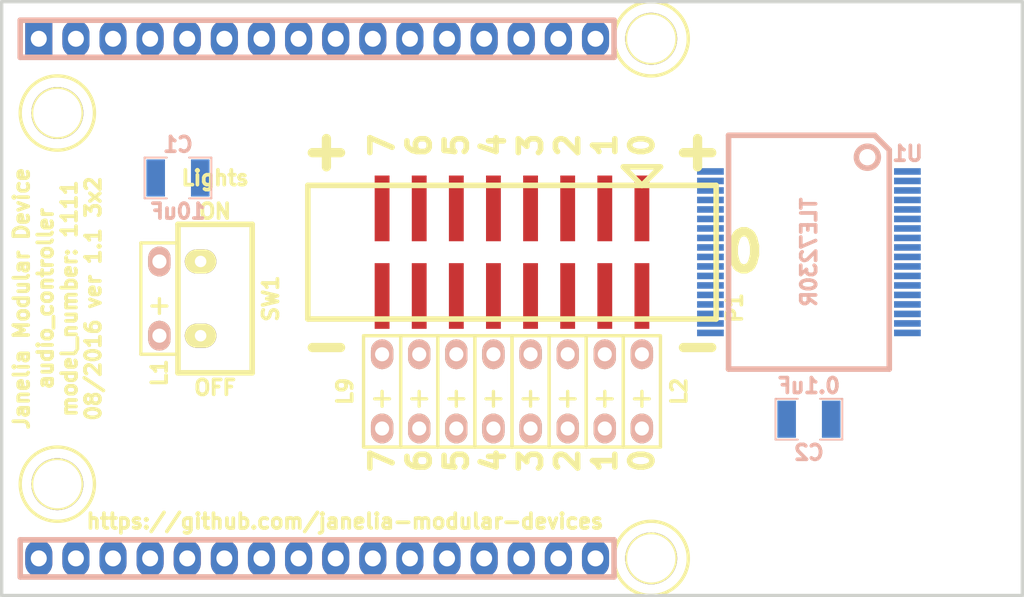
<source format=kicad_pcb>
(kicad_pcb (version 20160815) (host pcbnew 4.1.0-alpha+201608281547+7098~46~ubuntu16.04.1-product)

  (general
    (links 54)
    (no_connects 54)
    (area 72.39 78.105 144.780001 121.285001)
    (thickness 1.6)
    (drawings 28)
    (tracks 0)
    (zones 0)
    (modules 15)
    (nets 19)
  )

  (page A4)
  (title_block
    (title audio_controller_3x2)
    (rev 1.1)
  )

  (layers
    (0 F.Cu signal)
    (31 B.Cu signal)
    (32 B.Adhes user)
    (33 F.Adhes user)
    (34 B.Paste user)
    (35 F.Paste user)
    (36 B.SilkS user)
    (37 F.SilkS user)
    (38 B.Mask user)
    (39 F.Mask user)
    (40 Dwgs.User user)
    (41 Cmts.User user)
    (42 Eco1.User user)
    (43 Eco2.User user)
    (44 Edge.Cuts user)
    (45 Margin user)
    (46 B.CrtYd user)
    (47 F.CrtYd user)
    (48 B.Fab user)
    (49 F.Fab user)
  )

  (setup
    (last_trace_width 0.254)
    (trace_clearance 0.0254)
    (zone_clearance 0.2032)
    (zone_45_only no)
    (trace_min 0.2)
    (segment_width 0.2)
    (edge_width 0.2286)
    (via_size 0.889)
    (via_drill 0.635)
    (via_min_size 0.4)
    (via_min_drill 0.3)
    (uvia_size 0.508)
    (uvia_drill 0.127)
    (uvias_allowed no)
    (uvia_min_size 0)
    (uvia_min_drill 0)
    (pcb_text_width 0.3)
    (pcb_text_size 1.5 1.5)
    (mod_edge_width 0.15)
    (mod_text_size 1 1)
    (mod_text_width 0.15)
    (pad_size 1.524 1.524)
    (pad_drill 0.762)
    (pad_to_mask_clearance 0.2)
    (aux_axis_origin 0 0)
    (visible_elements FFFFFF7F)
    (pcbplotparams
      (layerselection 0x000f0_ffffffff)
      (usegerberextensions true)
      (excludeedgelayer false)
      (linewidth 0.100000)
      (plotframeref false)
      (viasonmask false)
      (mode 1)
      (useauxorigin false)
      (hpglpennumber 1)
      (hpglpenspeed 20)
      (hpglpendiameter 15)
      (psnegative false)
      (psa4output false)
      (plotreference true)
      (plotvalue true)
      (plotinvisibletext false)
      (padsonsilk false)
      (subtractmaskfromsilk true)
      (outputformat 1)
      (mirror false)
      (drillshape 0)
      (scaleselection 1)
      (outputdirectory gerbers/))
  )

  (net 0 "")
  (net 1 GND)
  (net 2 VDD)
  (net 3 VEE)
  (net 4 /LED_PWR)
  (net 5 /OUT0)
  (net 6 /OUT1)
  (net 7 /OUT2)
  (net 8 /OUT3)
  (net 9 /OUT4)
  (net 10 /OUT5)
  (net 11 /OUT6)
  (net 12 /OUT7)
  (net 13 /RESET)
  (net 14 /PWM)
  (net 15 /CS)
  (net 16 /MOSI)
  (net 17 /MISO)
  (net 18 /SCK)

  (net_class Default "This is the default net class."
    (clearance 0.0254)
    (trace_width 0.254)
    (via_dia 0.889)
    (via_drill 0.635)
    (uvia_dia 0.508)
    (uvia_drill 0.127)
    (diff_pair_gap 0.25)
    (diff_pair_width 0.2)
  )

  (net_class GND ""
    (clearance 0.1016)
    (trace_width 0.4064)
    (via_dia 0.889)
    (via_drill 0.635)
    (uvia_dia 0.508)
    (uvia_drill 0.127)
    (diff_pair_gap 0.25)
    (diff_pair_width 0.2)
    (add_net GND)
  )

  (net_class LEDPOWER ""
    (clearance 0.254)
    (trace_width 0.508)
    (via_dia 0.889)
    (via_drill 0.635)
    (uvia_dia 0.508)
    (uvia_drill 0.127)
    (diff_pair_gap 0.25)
    (diff_pair_width 0.2)
    (add_net /LED_PWR)
  )

  (net_class POWER ""
    (clearance 0.254)
    (trace_width 0.8128)
    (via_dia 0.889)
    (via_drill 0.635)
    (uvia_dia 0.508)
    (uvia_drill 0.127)
    (diff_pair_gap 0.25)
    (diff_pair_width 0.2)
  )

  (net_class SIGNAL ""
    (clearance 0.1016)
    (trace_width 0.4064)
    (via_dia 0.889)
    (via_drill 0.635)
    (uvia_dia 0.508)
    (uvia_drill 0.127)
    (diff_pair_gap 0.25)
    (diff_pair_width 0.2)
    (add_net /CS)
    (add_net /MISO)
    (add_net /MOSI)
    (add_net /OUT0)
    (add_net /OUT1)
    (add_net /OUT2)
    (add_net /OUT3)
    (add_net /OUT4)
    (add_net /OUT5)
    (add_net /OUT6)
    (add_net /OUT7)
    (add_net /PWM)
    (add_net /RESET)
    (add_net /SCK)
    (add_net VEE)
  )

  (net_class SUPERPOWER ""
    (clearance 0.254)
    (trace_width 1.016)
    (via_dia 0.889)
    (via_drill 0.635)
    (uvia_dia 0.508)
    (uvia_drill 0.127)
    (diff_pair_gap 0.25)
    (diff_pair_width 0.2)
    (add_net VDD)
  )

  (module audio_controller_3x2:SM1210 (layer B.Cu) (tedit 5481F170) (tstamp 5751D183)
    (at 85.725 91.44 180)
    (tags "CMS SM")
    (path /578FA17B)
    (attr smd)
    (fp_text reference C1 (at 0 2.286 180) (layer B.SilkS)
      (effects (font (size 1.016 1.016) (thickness 0.254)) (justify mirror))
    )
    (fp_text value 10uF (at 0 -2.286 180) (layer B.SilkS)
      (effects (font (size 1.016 1.016) (thickness 0.254)) (justify mirror))
    )
    (fp_line (start -0.762 1.397) (end -2.286 1.397) (layer B.SilkS) (width 0.127))
    (fp_line (start -2.286 1.397) (end -2.286 -1.397) (layer B.SilkS) (width 0.127))
    (fp_line (start -2.286 -1.397) (end -0.762 -1.397) (layer B.SilkS) (width 0.127))
    (fp_line (start 0.762 -1.397) (end 2.286 -1.397) (layer B.SilkS) (width 0.127))
    (fp_line (start 2.286 -1.397) (end 2.286 1.397) (layer B.SilkS) (width 0.127))
    (fp_line (start 2.286 1.397) (end 0.762 1.397) (layer B.SilkS) (width 0.127))
    (pad 1 smd rect (at -1.524 0 180) (size 1.27 2.54) (layers B.Cu B.Paste B.Mask)
      (net 2 VDD))
    (pad 2 smd rect (at 1.524 0 180) (size 1.27 2.54) (layers B.Cu B.Paste B.Mask)
      (net 1 GND))
    (model smd/chip_cms.wrl
      (at (xyz 0 0 0))
      (scale (xyz 0.17 0.2 0.17))
      (rotate (xyz 0 0 0))
    )
  )

  (module audio_controller_3x2:SM1210 (layer B.Cu) (tedit 5481F170) (tstamp 5751D18F)
    (at 128.905 107.95)
    (tags "CMS SM")
    (path /578D3F4C)
    (attr smd)
    (fp_text reference C2 (at 0 2.286) (layer B.SilkS)
      (effects (font (size 1.016 1.016) (thickness 0.254)) (justify mirror))
    )
    (fp_text value 0.1uF (at 0 -2.286) (layer B.SilkS)
      (effects (font (size 1.016 1.016) (thickness 0.254)) (justify mirror))
    )
    (fp_line (start -0.762 1.397) (end -2.286 1.397) (layer B.SilkS) (width 0.127))
    (fp_line (start -2.286 1.397) (end -2.286 -1.397) (layer B.SilkS) (width 0.127))
    (fp_line (start -2.286 -1.397) (end -0.762 -1.397) (layer B.SilkS) (width 0.127))
    (fp_line (start 0.762 -1.397) (end 2.286 -1.397) (layer B.SilkS) (width 0.127))
    (fp_line (start 2.286 -1.397) (end 2.286 1.397) (layer B.SilkS) (width 0.127))
    (fp_line (start 2.286 1.397) (end 0.762 1.397) (layer B.SilkS) (width 0.127))
    (pad 1 smd rect (at -1.524 0) (size 1.27 2.54) (layers B.Cu B.Paste B.Mask)
      (net 3 VEE))
    (pad 2 smd rect (at 1.524 0) (size 1.27 2.54) (layers B.Cu B.Paste B.Mask)
      (net 1 GND))
    (model smd/chip_cms.wrl
      (at (xyz 0 0 0))
      (scale (xyz 0.17 0.2 0.17))
      (rotate (xyz 0 0 0))
    )
  )

  (module audio_controller_3x2:LED_555-3XXX (layer F.Cu) (tedit 578FC60A) (tstamp 578F9934)
    (at 84.455 99.695 180)
    (path /578D4B9A)
    (fp_text reference L1 (at 0 -5.08 90) (layer F.SilkS)
      (effects (font (size 1.016 1.016) (thickness 0.254)))
    )
    (fp_text value LED_24V (at 0 4.826 180) (layer F.SilkS) hide
      (effects (font (size 1.016 1.016) (thickness 0.254)))
    )
    (fp_line (start -0.508 -0.508) (end 0.508 -0.508) (layer F.SilkS) (width 0.2286))
    (fp_line (start 0 0) (end 0 -1.016) (layer F.SilkS) (width 0.2286))
    (fp_line (start -1.27 -3.81) (end 1.27 -3.81) (layer F.SilkS) (width 0.2286))
    (fp_line (start 1.27 -3.81) (end 1.27 3.81) (layer F.SilkS) (width 0.2286))
    (fp_line (start 1.27 3.81) (end -1.27 3.81) (layer F.SilkS) (width 0.2286))
    (fp_line (start -1.27 3.81) (end -1.27 -3.81) (layer F.SilkS) (width 0.2286))
    (pad 1 thru_hole oval (at 0 -2.54 180) (size 1.524 2.032) (drill 0.9652) (layers *.Cu *.SilkS *.Mask)
      (net 4 /LED_PWR))
    (pad 2 thru_hole oval (at 0 2.54 180) (size 1.524 2.032) (drill 0.9652) (layers *.Cu *.SilkS *.Mask)
      (net 1 GND))
  )

  (module audio_controller_3x2:LED_555-3XXX (layer F.Cu) (tedit 57A8CAF0) (tstamp 578F9940)
    (at 117.475 106.045 180)
    (path /578D474F)
    (fp_text reference L2 (at -2.54 0 90) (layer F.SilkS)
      (effects (font (size 1.016 1.016) (thickness 0.254)))
    )
    (fp_text value LED_24V (at 0 4.826 180) (layer F.SilkS) hide
      (effects (font (size 1.016 1.016) (thickness 0.254)))
    )
    (fp_line (start -0.508 -0.508) (end 0.508 -0.508) (layer F.SilkS) (width 0.2286))
    (fp_line (start 0 0) (end 0 -1.016) (layer F.SilkS) (width 0.2286))
    (fp_line (start -1.27 -3.81) (end 1.27 -3.81) (layer F.SilkS) (width 0.2286))
    (fp_line (start 1.27 -3.81) (end 1.27 3.81) (layer F.SilkS) (width 0.2286))
    (fp_line (start 1.27 3.81) (end -1.27 3.81) (layer F.SilkS) (width 0.2286))
    (fp_line (start -1.27 3.81) (end -1.27 -3.81) (layer F.SilkS) (width 0.2286))
    (pad 1 thru_hole oval (at 0 -2.54 180) (size 1.524 2.032) (drill 0.9652) (layers *.Cu *.SilkS *.Mask)
      (net 4 /LED_PWR))
    (pad 2 thru_hole oval (at 0 2.54 180) (size 1.524 2.032) (drill 0.9652) (layers *.Cu *.SilkS *.Mask)
      (net 5 /OUT0))
  )

  (module audio_controller_3x2:LED_555-3XXX (layer F.Cu) (tedit 578FC2D0) (tstamp 578F994C)
    (at 114.935 106.045 180)
    (path /578D495D)
    (fp_text reference L3 (at 0 -5.842 270) (layer F.SilkS) hide
      (effects (font (size 1.016 1.016) (thickness 0.254)))
    )
    (fp_text value LED_24V (at 0 4.826 180) (layer F.SilkS) hide
      (effects (font (size 1.016 1.016) (thickness 0.254)))
    )
    (fp_line (start -0.508 -0.508) (end 0.508 -0.508) (layer F.SilkS) (width 0.2286))
    (fp_line (start 0 0) (end 0 -1.016) (layer F.SilkS) (width 0.2286))
    (fp_line (start -1.27 -3.81) (end 1.27 -3.81) (layer F.SilkS) (width 0.2286))
    (fp_line (start 1.27 -3.81) (end 1.27 3.81) (layer F.SilkS) (width 0.2286))
    (fp_line (start 1.27 3.81) (end -1.27 3.81) (layer F.SilkS) (width 0.2286))
    (fp_line (start -1.27 3.81) (end -1.27 -3.81) (layer F.SilkS) (width 0.2286))
    (pad 1 thru_hole oval (at 0 -2.54 180) (size 1.524 2.032) (drill 0.9652) (layers *.Cu *.SilkS *.Mask)
      (net 4 /LED_PWR))
    (pad 2 thru_hole oval (at 0 2.54 180) (size 1.524 2.032) (drill 0.9652) (layers *.Cu *.SilkS *.Mask)
      (net 6 /OUT1))
  )

  (module audio_controller_3x2:LED_555-3XXX (layer F.Cu) (tedit 578FC2D6) (tstamp 578F9958)
    (at 112.395 106.045 180)
    (path /578D49BB)
    (fp_text reference L4 (at 0 -5.842 270) (layer F.SilkS) hide
      (effects (font (size 1.016 1.016) (thickness 0.254)))
    )
    (fp_text value LED_24V (at 0 4.826 180) (layer F.SilkS) hide
      (effects (font (size 1.016 1.016) (thickness 0.254)))
    )
    (fp_line (start -0.508 -0.508) (end 0.508 -0.508) (layer F.SilkS) (width 0.2286))
    (fp_line (start 0 0) (end 0 -1.016) (layer F.SilkS) (width 0.2286))
    (fp_line (start -1.27 -3.81) (end 1.27 -3.81) (layer F.SilkS) (width 0.2286))
    (fp_line (start 1.27 -3.81) (end 1.27 3.81) (layer F.SilkS) (width 0.2286))
    (fp_line (start 1.27 3.81) (end -1.27 3.81) (layer F.SilkS) (width 0.2286))
    (fp_line (start -1.27 3.81) (end -1.27 -3.81) (layer F.SilkS) (width 0.2286))
    (pad 1 thru_hole oval (at 0 -2.54 180) (size 1.524 2.032) (drill 0.9652) (layers *.Cu *.SilkS *.Mask)
      (net 4 /LED_PWR))
    (pad 2 thru_hole oval (at 0 2.54 180) (size 1.524 2.032) (drill 0.9652) (layers *.Cu *.SilkS *.Mask)
      (net 7 /OUT2))
  )

  (module audio_controller_3x2:LED_555-3XXX (layer F.Cu) (tedit 578FC2D9) (tstamp 578F9964)
    (at 109.855 106.045 180)
    (path /578D49F0)
    (fp_text reference L5 (at 0 -5.842 270) (layer F.SilkS) hide
      (effects (font (size 1.016 1.016) (thickness 0.254)))
    )
    (fp_text value LED_24V (at 0 4.826 180) (layer F.SilkS) hide
      (effects (font (size 1.016 1.016) (thickness 0.254)))
    )
    (fp_line (start -0.508 -0.508) (end 0.508 -0.508) (layer F.SilkS) (width 0.2286))
    (fp_line (start 0 0) (end 0 -1.016) (layer F.SilkS) (width 0.2286))
    (fp_line (start -1.27 -3.81) (end 1.27 -3.81) (layer F.SilkS) (width 0.2286))
    (fp_line (start 1.27 -3.81) (end 1.27 3.81) (layer F.SilkS) (width 0.2286))
    (fp_line (start 1.27 3.81) (end -1.27 3.81) (layer F.SilkS) (width 0.2286))
    (fp_line (start -1.27 3.81) (end -1.27 -3.81) (layer F.SilkS) (width 0.2286))
    (pad 1 thru_hole oval (at 0 -2.54 180) (size 1.524 2.032) (drill 0.9652) (layers *.Cu *.SilkS *.Mask)
      (net 4 /LED_PWR))
    (pad 2 thru_hole oval (at 0 2.54 180) (size 1.524 2.032) (drill 0.9652) (layers *.Cu *.SilkS *.Mask)
      (net 8 /OUT3))
  )

  (module audio_controller_3x2:LED_555-3XXX (layer F.Cu) (tedit 578FC2DD) (tstamp 578F9970)
    (at 107.315 106.045 180)
    (path /578D4A30)
    (fp_text reference L6 (at 0 -5.842 270) (layer F.SilkS) hide
      (effects (font (size 1.016 1.016) (thickness 0.254)))
    )
    (fp_text value LED_24V (at 0 4.826 180) (layer F.SilkS) hide
      (effects (font (size 1.016 1.016) (thickness 0.254)))
    )
    (fp_line (start -0.508 -0.508) (end 0.508 -0.508) (layer F.SilkS) (width 0.2286))
    (fp_line (start 0 0) (end 0 -1.016) (layer F.SilkS) (width 0.2286))
    (fp_line (start -1.27 -3.81) (end 1.27 -3.81) (layer F.SilkS) (width 0.2286))
    (fp_line (start 1.27 -3.81) (end 1.27 3.81) (layer F.SilkS) (width 0.2286))
    (fp_line (start 1.27 3.81) (end -1.27 3.81) (layer F.SilkS) (width 0.2286))
    (fp_line (start -1.27 3.81) (end -1.27 -3.81) (layer F.SilkS) (width 0.2286))
    (pad 1 thru_hole oval (at 0 -2.54 180) (size 1.524 2.032) (drill 0.9652) (layers *.Cu *.SilkS *.Mask)
      (net 4 /LED_PWR))
    (pad 2 thru_hole oval (at 0 2.54 180) (size 1.524 2.032) (drill 0.9652) (layers *.Cu *.SilkS *.Mask)
      (net 9 /OUT4))
  )

  (module audio_controller_3x2:LED_555-3XXX (layer F.Cu) (tedit 578FC2E2) (tstamp 578F997C)
    (at 104.775 106.045 180)
    (path /578D4A73)
    (fp_text reference L7 (at 0 -5.842 270) (layer F.SilkS) hide
      (effects (font (size 1.016 1.016) (thickness 0.254)))
    )
    (fp_text value LED_24V (at 0 4.826 180) (layer F.SilkS) hide
      (effects (font (size 1.016 1.016) (thickness 0.254)))
    )
    (fp_line (start -0.508 -0.508) (end 0.508 -0.508) (layer F.SilkS) (width 0.2286))
    (fp_line (start 0 0) (end 0 -1.016) (layer F.SilkS) (width 0.2286))
    (fp_line (start -1.27 -3.81) (end 1.27 -3.81) (layer F.SilkS) (width 0.2286))
    (fp_line (start 1.27 -3.81) (end 1.27 3.81) (layer F.SilkS) (width 0.2286))
    (fp_line (start 1.27 3.81) (end -1.27 3.81) (layer F.SilkS) (width 0.2286))
    (fp_line (start -1.27 3.81) (end -1.27 -3.81) (layer F.SilkS) (width 0.2286))
    (pad 1 thru_hole oval (at 0 -2.54 180) (size 1.524 2.032) (drill 0.9652) (layers *.Cu *.SilkS *.Mask)
      (net 4 /LED_PWR))
    (pad 2 thru_hole oval (at 0 2.54 180) (size 1.524 2.032) (drill 0.9652) (layers *.Cu *.SilkS *.Mask)
      (net 10 /OUT5))
  )

  (module audio_controller_3x2:LED_555-3XXX (layer F.Cu) (tedit 578FC2E6) (tstamp 578F9988)
    (at 102.235 106.045 180)
    (path /578D4AB5)
    (fp_text reference L8 (at 0 -5.842 270) (layer F.SilkS) hide
      (effects (font (size 1.016 1.016) (thickness 0.254)))
    )
    (fp_text value LED_24V (at 0 4.826 180) (layer F.SilkS) hide
      (effects (font (size 1.016 1.016) (thickness 0.254)))
    )
    (fp_line (start -0.508 -0.508) (end 0.508 -0.508) (layer F.SilkS) (width 0.2286))
    (fp_line (start 0 0) (end 0 -1.016) (layer F.SilkS) (width 0.2286))
    (fp_line (start -1.27 -3.81) (end 1.27 -3.81) (layer F.SilkS) (width 0.2286))
    (fp_line (start 1.27 -3.81) (end 1.27 3.81) (layer F.SilkS) (width 0.2286))
    (fp_line (start 1.27 3.81) (end -1.27 3.81) (layer F.SilkS) (width 0.2286))
    (fp_line (start -1.27 3.81) (end -1.27 -3.81) (layer F.SilkS) (width 0.2286))
    (pad 1 thru_hole oval (at 0 -2.54 180) (size 1.524 2.032) (drill 0.9652) (layers *.Cu *.SilkS *.Mask)
      (net 4 /LED_PWR))
    (pad 2 thru_hole oval (at 0 2.54 180) (size 1.524 2.032) (drill 0.9652) (layers *.Cu *.SilkS *.Mask)
      (net 11 /OUT6))
  )

  (module audio_controller_3x2:LED_555-3XXX (layer F.Cu) (tedit 578FC2CA) (tstamp 578F9994)
    (at 99.695 106.045 180)
    (path /578D4AF6)
    (fp_text reference L9 (at 2.54 0 90) (layer F.SilkS)
      (effects (font (size 1.016 1.016) (thickness 0.254)))
    )
    (fp_text value LED_24V (at 0 4.826 180) (layer F.SilkS) hide
      (effects (font (size 1.016 1.016) (thickness 0.254)))
    )
    (fp_line (start -0.508 -0.508) (end 0.508 -0.508) (layer F.SilkS) (width 0.2286))
    (fp_line (start 0 0) (end 0 -1.016) (layer F.SilkS) (width 0.2286))
    (fp_line (start -1.27 -3.81) (end 1.27 -3.81) (layer F.SilkS) (width 0.2286))
    (fp_line (start 1.27 -3.81) (end 1.27 3.81) (layer F.SilkS) (width 0.2286))
    (fp_line (start 1.27 3.81) (end -1.27 3.81) (layer F.SilkS) (width 0.2286))
    (fp_line (start -1.27 3.81) (end -1.27 -3.81) (layer F.SilkS) (width 0.2286))
    (pad 1 thru_hole oval (at 0 -2.54 180) (size 1.524 2.032) (drill 0.9652) (layers *.Cu *.SilkS *.Mask)
      (net 4 /LED_PWR))
    (pad 2 thru_hole oval (at 0 2.54 180) (size 1.524 2.032) (drill 0.9652) (layers *.Cu *.SilkS *.Mask)
      (net 12 /OUT7))
  )

  (module audio_controller_3x2:HEADER_02x08_SMD (layer F.Cu) (tedit 578FC7D1) (tstamp 578F9995)
    (at 108.585 96.52)
    (path /578D30F0)
    (fp_text reference P1 (at 15.24 3.81 90) (layer F.SilkS)
      (effects (font (size 1.016 1.016) (thickness 0.254)))
    )
    (fp_text value HEADER_02X08_SMD (at 0 6.35) (layer F.SilkS) hide
      (effects (font (size 1.016 1.016) (thickness 0.254)))
    )
    (fp_line (start 13.97 -4.572) (end -13.97 -4.572) (layer F.SilkS) (width 0.381))
    (fp_line (start -13.97 -4.572) (end -13.97 4.572) (layer F.SilkS) (width 0.381))
    (fp_line (start -13.97 4.572) (end 13.97 4.572) (layer F.SilkS) (width 0.381))
    (fp_line (start 13.97 -4.572) (end 13.97 4.572) (layer F.SilkS) (width 0.381))
    (fp_line (start 8.89 -4.572) (end 10.16 -5.842) (layer F.SilkS) (width 0.381))
    (fp_line (start 10.16 -5.842) (end 7.62 -5.842) (layer F.SilkS) (width 0.381))
    (fp_line (start 7.62 -5.842) (end 8.89 -4.572) (layer F.SilkS) (width 0.381))
    (pad 1 smd rect (at 8.89 -2.9972) (size 1.016 4.4958) (layers F.Cu F.Paste F.Mask)
      (net 2 VDD))
    (pad 2 smd rect (at 8.89 2.9972) (size 1.016 4.4958) (layers F.Cu F.Paste F.Mask)
      (net 5 /OUT0))
    (pad 3 smd rect (at 6.35 -2.9972) (size 1.016 4.4958) (layers F.Cu F.Paste F.Mask)
      (net 2 VDD))
    (pad 4 smd rect (at 6.35 2.9972) (size 1.016 4.4958) (layers F.Cu F.Paste F.Mask)
      (net 6 /OUT1))
    (pad 5 smd rect (at 3.81 -2.9972) (size 1.016 4.4958) (layers F.Cu F.Paste F.Mask)
      (net 2 VDD))
    (pad 6 smd rect (at 3.81 2.9972) (size 1.016 4.4958) (layers F.Cu F.Paste F.Mask)
      (net 7 /OUT2))
    (pad 7 smd rect (at 1.27 -2.9972) (size 1.016 4.4958) (layers F.Cu F.Paste F.Mask)
      (net 2 VDD))
    (pad 8 smd rect (at 1.27 2.9972) (size 1.016 4.4958) (layers F.Cu F.Paste F.Mask)
      (net 8 /OUT3))
    (pad 9 smd rect (at -1.27 -2.9972) (size 1.016 4.4958) (layers F.Cu F.Paste F.Mask)
      (net 2 VDD))
    (pad 10 smd rect (at -1.27 2.9972) (size 1.016 4.4958) (layers F.Cu F.Paste F.Mask)
      (net 9 /OUT4))
    (pad 11 smd rect (at -3.81 -2.9972) (size 1.016 4.4958) (layers F.Cu F.Paste F.Mask)
      (net 2 VDD))
    (pad 12 smd rect (at -3.81 2.9972) (size 1.016 4.4958) (layers F.Cu F.Paste F.Mask)
      (net 10 /OUT5))
    (pad 13 smd rect (at -6.35 -2.9972) (size 1.016 4.4958) (layers F.Cu F.Paste F.Mask)
      (net 2 VDD))
    (pad 14 smd rect (at -6.35 2.9972) (size 1.016 4.4958) (layers F.Cu F.Paste F.Mask)
      (net 11 /OUT6))
    (pad 15 smd rect (at -8.89 -2.9972) (size 1.016 4.4958) (layers F.Cu F.Paste F.Mask)
      (net 2 VDD))
    (pad 16 smd rect (at -8.89 2.9972) (size 1.016 4.4958) (layers F.Cu F.Paste F.Mask)
      (net 12 /OUT7))
  )

  (module audio_controller_3x2:SPST_SLIDE_AS (layer F.Cu) (tedit 57A8CC44) (tstamp 578F99AF)
    (at 88.265 99.695)
    (path /578D4BFB)
    (fp_text reference SW1 (at 3.81 0 90) (layer F.SilkS)
      (effects (font (size 1.016 1.016) (thickness 0.254)))
    )
    (fp_text value SPST_SLIDE_AS (at 3.81 0 90) (layer F.SilkS) hide
      (effects (font (size 1.016 1.016) (thickness 0.254)))
    )
    (fp_text user OFF (at 0 6.096) (layer F.SilkS)
      (effects (font (size 1.016 1.016) (thickness 0.254)))
    )
    (fp_text user ON (at 0 -5.969) (layer F.SilkS)
      (effects (font (size 1.016 1.016) (thickness 0.254)))
    )
    (fp_line (start -2.54 -5.08) (end 2.54 -5.08) (layer F.SilkS) (width 0.381))
    (fp_line (start 2.54 -5.08) (end 2.54 5.08) (layer F.SilkS) (width 0.381))
    (fp_line (start 2.54 5.08) (end -2.54 5.08) (layer F.SilkS) (width 0.381))
    (fp_line (start -2.54 5.08) (end -2.54 -5.08) (layer F.SilkS) (width 0.381))
    (pad 1 thru_hole oval (at -0.9906 -2.54) (size 2.159 1.651) (drill 0.7874) (layers *.Cu *.Mask F.SilkS)
      (net 2 VDD))
    (pad 3 thru_hole oval (at -0.9906 2.54) (size 2.159 1.651) (drill 0.7874) (layers *.Cu *.Mask F.SilkS)
      (net 4 /LED_PWR))
  )

  (module audio_controller_3x2:PG-DSO-36 (layer B.Cu) (tedit 56D850C7) (tstamp 578F99E7)
    (at 128.905 96.52 270)
    (path /578D35FA)
    (fp_text reference U1 (at -6.75 -6.75 180) (layer B.SilkS)
      (effects (font (size 1.016 1.016) (thickness 0.254)) (justify mirror))
    )
    (fp_text value TLE7230R (at 0 0 90) (layer B.SilkS)
      (effects (font (size 1.016 1.016) (thickness 0.254)) (justify mirror))
    )
    (fp_circle (center -6.5 -4) (end -6.5 -3.25) (layer B.SilkS) (width 0.381))
    (fp_line (start -7 -5.5) (end 8 -5.5) (layer B.SilkS) (width 0.381))
    (fp_line (start 8 -5.5) (end 8 5.5) (layer B.SilkS) (width 0.381))
    (fp_line (start 8 5.5) (end -8 5.5) (layer B.SilkS) (width 0.381))
    (fp_line (start -8 5.5) (end -8 -4.5) (layer B.SilkS) (width 0.381))
    (fp_line (start -8 -4.5) (end -7 -5.5) (layer B.SilkS) (width 0.381))
    (pad 1 smd rect (at -5.525 -6.74 270) (size 0.45 1.83) (layers B.Cu B.Paste B.Mask)
      (net 1 GND) (solder_mask_margin 0.05) (clearance 0.05))
    (pad 2 smd rect (at -4.875 -6.74 270) (size 0.45 1.83) (layers B.Cu B.Paste B.Mask)
      (solder_mask_margin 0.05) (clearance 0.05))
    (pad 3 smd rect (at -4.225 -6.74 270) (size 0.45 1.83) (layers B.Cu B.Paste B.Mask)
      (solder_mask_margin 0.05) (clearance 0.05))
    (pad 4 smd rect (at -3.575 -6.74 270) (size 0.45 1.83) (layers B.Cu B.Paste B.Mask)
      (net 5 /OUT0) (solder_mask_margin 0.05) (clearance 0.05))
    (pad 5 smd rect (at -2.925 -6.74 270) (size 0.45 1.83) (layers B.Cu B.Paste B.Mask)
      (net 6 /OUT1) (solder_mask_margin 0.05) (clearance 0.05))
    (pad 6 smd rect (at -2.275 -6.74 270) (size 0.45 1.83) (layers B.Cu B.Paste B.Mask)
      (net 3 VEE) (solder_mask_margin 0.05) (clearance 0.05))
    (pad 7 smd rect (at -1.625 -6.74 270) (size 0.45 1.83) (layers B.Cu B.Paste B.Mask)
      (net 3 VEE) (solder_mask_margin 0.05) (clearance 0.05))
    (pad 8 smd rect (at -0.975 -6.74 270) (size 0.45 1.83) (layers B.Cu B.Paste B.Mask)
      (net 3 VEE) (solder_mask_margin 0.05) (clearance 0.05))
    (pad 9 smd rect (at -0.325 -6.74 270) (size 0.45 1.83) (layers B.Cu B.Paste B.Mask)
      (net 13 /RESET) (solder_mask_margin 0.05) (clearance 0.05))
    (pad 10 smd rect (at 0.325 -6.74 270) (size 0.45 1.83) (layers B.Cu B.Paste B.Mask)
      (net 15 /CS) (solder_mask_margin 0.05) (clearance 0.05))
    (pad 11 smd rect (at 0.975 -6.74 270) (size 0.45 1.83) (layers B.Cu B.Paste B.Mask)
      (solder_mask_margin 0.05) (clearance 0.05))
    (pad 12 smd rect (at 1.625 -6.74 270) (size 0.45 1.83) (layers B.Cu B.Paste B.Mask)
      (net 3 VEE) (solder_mask_margin 0.05) (clearance 0.05))
    (pad 13 smd rect (at 2.275 -6.74 270) (size 0.45 1.83) (layers B.Cu B.Paste B.Mask)
      (net 14 /PWM) (solder_mask_margin 0.05) (clearance 0.05))
    (pad 14 smd rect (at 2.925 -6.74 270) (size 0.45 1.83) (layers B.Cu B.Paste B.Mask)
      (net 7 /OUT2) (solder_mask_margin 0.05) (clearance 0.05))
    (pad 15 smd rect (at 3.575 -6.74 270) (size 0.45 1.83) (layers B.Cu B.Paste B.Mask)
      (net 8 /OUT3) (solder_mask_margin 0.05) (clearance 0.05))
    (pad 16 smd rect (at 4.225 -6.74 270) (size 0.45 1.83) (layers B.Cu B.Paste B.Mask)
      (solder_mask_margin 0.05) (clearance 0.05))
    (pad 17 smd rect (at 4.875 -6.74 270) (size 0.45 1.83) (layers B.Cu B.Paste B.Mask)
      (solder_mask_margin 0.05) (clearance 0.05))
    (pad 18 smd rect (at 5.525 -6.74 270) (size 0.45 1.83) (layers B.Cu B.Paste B.Mask)
      (net 1 GND) (solder_mask_margin 0.05) (clearance 0.05))
    (pad 19 smd rect (at 5.525 6.74 270) (size 0.45 1.83) (layers B.Cu B.Paste B.Mask)
      (net 1 GND) (solder_mask_margin 0.05) (clearance 0.05))
    (pad 20 smd rect (at 4.875 6.74 270) (size 0.45 1.83) (layers B.Cu B.Paste B.Mask)
      (solder_mask_margin 0.05) (clearance 0.05))
    (pad 21 smd rect (at 4.225 6.74 270) (size 0.45 1.83) (layers B.Cu B.Paste B.Mask)
      (solder_mask_margin 0.05) (clearance 0.05))
    (pad 22 smd rect (at 3.575 6.74 270) (size 0.45 1.83) (layers B.Cu B.Paste B.Mask)
      (net 9 /OUT4) (solder_mask_margin 0.05) (clearance 0.05))
    (pad 23 smd rect (at 2.925 6.74 270) (size 0.45 1.83) (layers B.Cu B.Paste B.Mask)
      (net 10 /OUT5) (solder_mask_margin 0.05) (clearance 0.05))
    (pad 24 smd rect (at 2.275 6.74 270) (size 0.45 1.83) (layers B.Cu B.Paste B.Mask)
      (solder_mask_margin 0.05) (clearance 0.05))
    (pad 25 smd rect (at 1.625 6.74 270) (size 0.45 1.83) (layers B.Cu B.Paste B.Mask)
      (net 3 VEE) (solder_mask_margin 0.05) (clearance 0.05))
    (pad 26 smd rect (at 0.975 6.74 270) (size 0.45 1.83) (layers B.Cu B.Paste B.Mask)
      (solder_mask_margin 0.05) (clearance 0.05))
    (pad 27 smd rect (at 0.325 6.74 270) (size 0.45 1.83) (layers B.Cu B.Paste B.Mask)
      (net 17 /MISO) (solder_mask_margin 0.05) (clearance 0.05))
    (pad 28 smd rect (at -0.325 6.74 270) (size 0.45 1.83) (layers B.Cu B.Paste B.Mask)
      (net 18 /SCK) (solder_mask_margin 0.05) (clearance 0.05))
    (pad 29 smd rect (at -0.975 6.74 270) (size 0.45 1.83) (layers B.Cu B.Paste B.Mask)
      (net 16 /MOSI) (solder_mask_margin 0.05) (clearance 0.05))
    (pad 30 smd rect (at -1.625 6.74 270) (size 0.45 1.83) (layers B.Cu B.Paste B.Mask)
      (solder_mask_margin 0.05) (clearance 0.05))
    (pad 31 smd rect (at -2.275 6.74 270) (size 0.45 1.83) (layers B.Cu B.Paste B.Mask)
      (solder_mask_margin 0.05) (clearance 0.05))
    (pad 32 smd rect (at -2.925 6.74 270) (size 0.45 1.83) (layers B.Cu B.Paste B.Mask)
      (net 11 /OUT6) (solder_mask_margin 0.05) (clearance 0.05))
    (pad 33 smd rect (at -3.575 6.74 270) (size 0.45 1.83) (layers B.Cu B.Paste B.Mask)
      (net 12 /OUT7) (solder_mask_margin 0.05) (clearance 0.05))
    (pad 34 smd rect (at -4.225 6.74 270) (size 0.45 1.83) (layers B.Cu B.Paste B.Mask)
      (solder_mask_margin 0.05) (clearance 0.05))
    (pad 35 smd rect (at -4.875 6.74 270) (size 0.45 1.83) (layers B.Cu B.Paste B.Mask)
      (solder_mask_margin 0.05) (clearance 0.05))
    (pad 36 smd rect (at -5.525 6.74 270) (size 0.45 1.83) (layers B.Cu B.Paste B.Mask)
      (net 1 GND) (solder_mask_margin 0.05) (clearance 0.05))
  )

  (module audio_controller_3x2:MODULAR_DEVICE_TEENSY_MALE (layer F.Cu) (tedit 579923B4) (tstamp 57A8D02B)
    (at 95.25 99.695)
    (path /57A8C92C)
    (fp_text reference MDT1 (at 0 0) (layer F.SilkS) hide
      (effects (font (size 1.016 1.016) (thickness 0.254)))
    )
    (fp_text value MODULAR_DEVICE_TEENSY_MALE (at 0 2.54) (layer F.SilkS) hide
      (effects (font (thickness 0.3048)))
    )
    (fp_circle (center -17.78 -12.7) (end -15.24 -12.7) (layer F.SilkS) (width 0.2286))
    (fp_circle (center -17.78 12.7) (end -15.24 12.7) (layer F.SilkS) (width 0.2286))
    (fp_circle (center 22.86 17.78) (end 25.4 17.78) (layer F.SilkS) (width 0.2286))
    (fp_circle (center 22.86 -17.78) (end 25.4 -17.78) (layer F.SilkS) (width 0.2286))
    (fp_line (start -20.32 16.51) (end -20.32 19.05) (layer B.SilkS) (width 0.381))
    (fp_line (start -20.32 19.05) (end 20.32 19.05) (layer B.SilkS) (width 0.381))
    (fp_line (start 20.32 19.05) (end 20.32 16.51) (layer B.SilkS) (width 0.381))
    (fp_line (start 20.32 16.51) (end -20.32 16.51) (layer B.SilkS) (width 0.381))
    (fp_line (start -20.32 -19.05) (end -20.32 -16.51) (layer B.SilkS) (width 0.381))
    (fp_line (start -20.32 -16.51) (end 20.32 -16.51) (layer B.SilkS) (width 0.381))
    (fp_line (start 20.32 -16.51) (end 20.32 -19.05) (layer B.SilkS) (width 0.381))
    (fp_line (start 20.32 -19.05) (end -20.32 -19.05) (layer B.SilkS) (width 0.381))
    (fp_line (start -21.59 -20.32) (end -21.59 20.32) (layer F.Fab) (width 0.2286))
    (fp_line (start -21.59 20.32) (end 48.26 20.32) (layer F.Fab) (width 0.2286))
    (fp_line (start 48.26 20.32) (end 48.26 -20.32) (layer F.Fab) (width 0.2286))
    (fp_line (start 48.26 -20.32) (end -21.59 -20.32) (layer F.Fab) (width 0.2286))
    (pad GND thru_hole oval (at -16.51 -17.78) (size 1.8542 2.54) (drill 1.0922) (layers *.Cu *.Mask)
      (net 1 GND))
    (pad 24 thru_hole oval (at -13.97 -17.78) (size 1.8542 2.54) (drill 1.0922) (layers *.Cu *.Mask))
    (pad VDD thru_hole rect (at -19.05 -17.78) (size 1.8542 2.54) (drill 1.0922) (layers *.Cu *.Mask)
      (net 2 VDD))
    (pad 25 thru_hole oval (at -11.43 -17.78) (size 1.8542 2.54) (drill 1.0922) (layers *.Cu *.Mask))
    (pad 2 thru_hole oval (at -8.89 -17.78) (size 1.8542 2.54) (drill 1.0922) (layers *.Cu *.Mask)
      (net 13 /RESET))
    (pad 3 thru_hole oval (at -6.35 -17.78) (size 1.8542 2.54) (drill 1.0922) (layers *.Cu *.Mask)
      (net 14 /PWM))
    (pad 4 thru_hole oval (at -3.81 -17.78) (size 1.8542 2.54) (drill 1.0922) (layers *.Cu *.Mask))
    (pad 5 thru_hole oval (at -1.27 -17.78) (size 1.8542 2.54) (drill 1.0922) (layers *.Cu *.Mask))
    (pad 6 thru_hole oval (at 1.27 -17.78) (size 1.8542 2.54) (drill 1.0922) (layers *.Cu *.Mask))
    (pad 30 thru_hole oval (at 3.81 -17.78) (size 1.8542 2.54) (drill 1.0922) (layers *.Cu *.Mask))
    (pad 29 thru_hole oval (at 6.35 -17.78) (size 1.8542 2.54) (drill 1.0922) (layers *.Cu *.Mask))
    (pad 9 thru_hole oval (at 8.89 -17.78) (size 1.8542 2.54) (drill 1.0922) (layers *.Cu *.Mask))
    (pad 10 thru_hole oval (at 11.43 -17.78) (size 1.8542 2.54) (drill 1.0922) (layers *.Cu *.Mask)
      (net 15 /CS))
    (pad 11 thru_hole oval (at 13.97 -17.78) (size 1.8542 2.54) (drill 1.0922) (layers *.Cu *.Mask)
      (net 16 /MOSI))
    (pad 12 thru_hole oval (at 16.51 -17.78) (size 1.8542 2.54) (drill 1.0922) (layers *.Cu *.Mask)
      (net 17 /MISO))
    (pad 28 thru_hole oval (at 19.05 -17.78) (size 1.8542 2.54) (drill 1.0922) (layers *.Cu *.Mask))
    (pad DAC thru_hole oval (at 19.05 17.78) (size 1.8542 2.54) (drill 1.0922) (layers *.Cu *.Mask))
    (pad 13 thru_hole oval (at 16.51 17.78) (size 1.8542 2.54) (drill 1.0922) (layers *.Cu *.Mask)
      (net 18 /SCK))
    (pad 14 thru_hole oval (at 13.97 17.78) (size 1.8542 2.54) (drill 1.0922) (layers *.Cu *.Mask))
    (pad 15 thru_hole oval (at 11.43 17.78) (size 1.8542 2.54) (drill 1.0922) (layers *.Cu *.Mask))
    (pad 16 thru_hole oval (at 8.89 17.78) (size 1.8542 2.54) (drill 1.0922) (layers *.Cu *.Mask))
    (pad 17 thru_hole oval (at 6.35 17.78) (size 1.8542 2.54) (drill 1.0922) (layers *.Cu *.Mask))
    (pad 18 thru_hole oval (at 3.81 17.78) (size 1.8542 2.54) (drill 1.0922) (layers *.Cu *.Mask))
    (pad 19 thru_hole oval (at 1.27 17.78) (size 1.8542 2.54) (drill 1.0922) (layers *.Cu *.Mask))
    (pad 20 thru_hole oval (at -1.27 17.78) (size 1.8542 2.54) (drill 1.0922) (layers *.Cu *.Mask))
    (pad 21 thru_hole oval (at -3.81 17.78) (size 1.8542 2.54) (drill 1.0922) (layers *.Cu *.Mask))
    (pad 22 thru_hole oval (at -6.35 17.78) (size 1.8542 2.54) (drill 1.0922) (layers *.Cu *.Mask))
    (pad 23 thru_hole oval (at -8.89 17.78) (size 1.8542 2.54) (drill 1.0922) (layers *.Cu *.Mask))
    (pad 3V3 thru_hole oval (at -11.43 17.78) (size 1.8542 2.54) (drill 1.0922) (layers *.Cu *.Mask))
    (pad AGND thru_hole oval (at -13.97 17.78) (size 1.8542 2.54) (drill 1.0922) (layers *.Cu *.Mask))
    (pad VEE thru_hole oval (at -16.51 17.78) (size 1.8542 2.54) (drill 1.0922) (layers *.Cu *.Mask)
      (net 3 VEE))
    (pad AREF thru_hole oval (at -19.05 17.78) (size 1.8542 2.54) (drill 1.0922) (layers *.Cu *.Mask))
    (pad "" thru_hole circle (at -17.78 -12.7) (size 3.556 3.556) (drill 3.302) (layers *.Cu *.Mask F.SilkS))
    (pad "" thru_hole circle (at -17.78 12.7) (size 3.556 3.556) (drill 3.302) (layers *.Cu *.Mask F.SilkS))
    (pad "" thru_hole circle (at 22.86 17.78) (size 3.556 3.556) (drill 3.302) (layers *.Cu *.Mask F.SilkS))
    (pad "" thru_hole circle (at 22.86 -17.78) (size 3.556 3.556) (drill 3.302) (layers *.Cu *.Mask F.SilkS))
  )

  (gr_text 7 (at 99.695 111.76 90) (layer F.SilkS)
    (effects (font (thickness 0.381)) (justify left))
  )
  (gr_text 6 (at 102.235 111.76 90) (layer F.SilkS)
    (effects (font (thickness 0.381)) (justify left))
  )
  (gr_text 5 (at 104.775 111.76 90) (layer F.SilkS)
    (effects (font (thickness 0.381)) (justify left))
  )
  (gr_text 4 (at 107.315 111.76 90) (layer F.SilkS)
    (effects (font (thickness 0.381)) (justify left))
  )
  (gr_text 3 (at 109.855 111.76 90) (layer F.SilkS)
    (effects (font (thickness 0.381)) (justify left))
  )
  (gr_text 2 (at 112.395 111.76 90) (layer F.SilkS)
    (effects (font (thickness 0.381)) (justify left))
  )
  (gr_text 1 (at 114.935 111.76 90) (layer F.SilkS)
    (effects (font (thickness 0.381)) (justify left))
  )
  (gr_text 0 (at 117.475 111.76 90) (layer F.SilkS)
    (effects (font (thickness 0.381)) (justify left))
  )
  (gr_line (start 143.51 79.375) (end 73.66 79.375) (angle 90) (layer Edge.Cuts) (width 0.2286))
  (gr_line (start 143.51 120.015) (end 143.51 79.375) (angle 90) (layer Edge.Cuts) (width 0.2286))
  (gr_line (start 73.66 120.015) (end 143.51 120.015) (angle 90) (layer Edge.Cuts) (width 0.2286))
  (gr_line (start 73.66 79.375) (end 73.66 120.015) (angle 90) (layer Edge.Cuts) (width 0.2286))
  (gr_text 0 (at 124.46 96.52) (layer F.SilkS)
    (effects (font (size 2.54 2.54) (thickness 0.635)))
  )
  (gr_text https://github.com/janelia-modular-devices (at 97.155 114.935) (layer F.SilkS)
    (effects (font (size 1.016 1.016) (thickness 0.254)))
  )
  (gr_text - (at 121.285 102.87) (layer F.SilkS)
    (effects (font (size 2.54 2.54) (thickness 0.635)))
  )
  (gr_text - (at 95.885 102.87) (layer F.SilkS)
    (effects (font (size 2.54 2.54) (thickness 0.635)))
  )
  (gr_text + (at 95.885 89.535) (layer F.SilkS)
    (effects (font (size 2.54 2.54) (thickness 0.635)))
  )
  (gr_text + (at 121.285 89.535) (layer F.SilkS)
    (effects (font (size 2.54 2.54) (thickness 0.635)))
  )
  (gr_text Lights (at 88.265 91.44) (layer F.SilkS)
    (effects (font (size 1.016 1.016) (thickness 0.254)))
  )
  (gr_text 7 (at 99.695 90.17 90) (layer F.SilkS)
    (effects (font (thickness 0.381)) (justify left))
  )
  (gr_text 6 (at 102.235 90.17 90) (layer F.SilkS)
    (effects (font (thickness 0.381)) (justify left))
  )
  (gr_text 5 (at 104.775 90.17 90) (layer F.SilkS)
    (effects (font (thickness 0.381)) (justify left))
  )
  (gr_text 4 (at 107.315 90.17 90) (layer F.SilkS)
    (effects (font (thickness 0.381)) (justify left))
  )
  (gr_text 3 (at 109.855 90.17 90) (layer F.SilkS)
    (effects (font (thickness 0.381)) (justify left))
  )
  (gr_text 2 (at 112.395 90.17 90) (layer F.SilkS)
    (effects (font (thickness 0.381)) (justify left))
  )
  (gr_text 1 (at 114.935 90.17 90) (layer F.SilkS)
    (effects (font (thickness 0.381)) (justify left))
  )
  (gr_text 0 (at 117.475 90.17 90) (layer F.SilkS)
    (effects (font (thickness 0.381)) (justify left))
  )
  (gr_text "Janelia Modular Device\naudio_controller\nmodel_number: 1111\n08/2016 ver 1.1 3x2" (at 77.47 99.695 90) (layer F.SilkS)
    (effects (font (size 1.016 1.016) (thickness 0.254)))
  )

)

</source>
